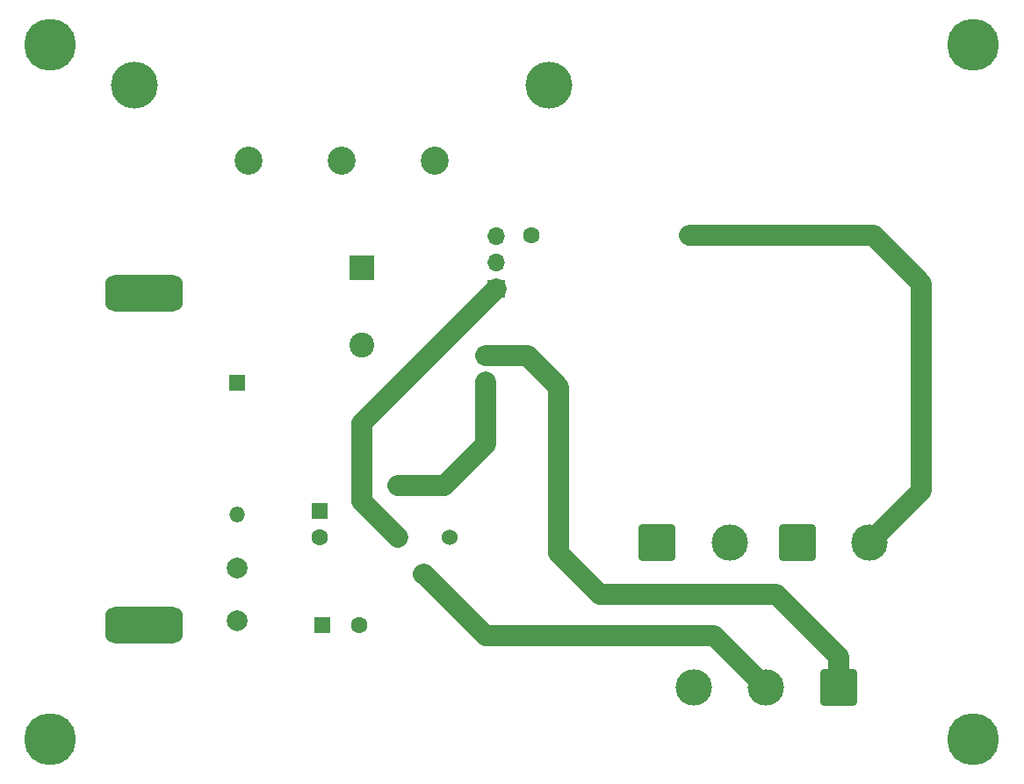
<source format=gbr>
%TF.GenerationSoftware,KiCad,Pcbnew,(6.0.5)*%
%TF.CreationDate,2022-07-24T11:34:55-07:00*%
%TF.ProjectId,BRD_strobelight,4252445f-7374-4726-9f62-656c69676874,rev?*%
%TF.SameCoordinates,Original*%
%TF.FileFunction,Copper,L2,Bot*%
%TF.FilePolarity,Positive*%
%FSLAX46Y46*%
G04 Gerber Fmt 4.6, Leading zero omitted, Abs format (unit mm)*
G04 Created by KiCad (PCBNEW (6.0.5)) date 2022-07-24 11:34:55*
%MOMM*%
%LPD*%
G01*
G04 APERTURE LIST*
G04 Aperture macros list*
%AMRoundRect*
0 Rectangle with rounded corners*
0 $1 Rounding radius*
0 $2 $3 $4 $5 $6 $7 $8 $9 X,Y pos of 4 corners*
0 Add a 4 corners polygon primitive as box body*
4,1,4,$2,$3,$4,$5,$6,$7,$8,$9,$2,$3,0*
0 Add four circle primitives for the rounded corners*
1,1,$1+$1,$2,$3*
1,1,$1+$1,$4,$5*
1,1,$1+$1,$6,$7*
1,1,$1+$1,$8,$9*
0 Add four rect primitives between the rounded corners*
20,1,$1+$1,$2,$3,$4,$5,0*
20,1,$1+$1,$4,$5,$6,$7,0*
20,1,$1+$1,$6,$7,$8,$9,0*
20,1,$1+$1,$8,$9,$2,$3,0*%
G04 Aperture macros list end*
%TA.AperFunction,ComponentPad*%
%ADD10RoundRect,0.250000X-0.550000X-0.550000X0.550000X-0.550000X0.550000X0.550000X-0.550000X0.550000X0*%
%TD*%
%TA.AperFunction,ComponentPad*%
%ADD11C,1.600000*%
%TD*%
%TA.AperFunction,ComponentPad*%
%ADD12R,2.400000X2.400000*%
%TD*%
%TA.AperFunction,ComponentPad*%
%ADD13C,2.400000*%
%TD*%
%TA.AperFunction,ComponentPad*%
%ADD14R,1.700000X1.700000*%
%TD*%
%TA.AperFunction,ComponentPad*%
%ADD15O,1.700000X1.700000*%
%TD*%
%TA.AperFunction,ConnectorPad*%
%ADD16C,5.000000*%
%TD*%
%TA.AperFunction,ComponentPad*%
%ADD17C,2.900000*%
%TD*%
%TA.AperFunction,ComponentPad*%
%ADD18O,1.600000X1.600000*%
%TD*%
%TA.AperFunction,ComponentPad*%
%ADD19C,2.000000*%
%TD*%
%TA.AperFunction,ComponentPad*%
%ADD20R,1.500000X1.500000*%
%TD*%
%TA.AperFunction,ComponentPad*%
%ADD21O,1.500000X1.500000*%
%TD*%
%TA.AperFunction,ComponentPad*%
%ADD22C,2.700000*%
%TD*%
%TA.AperFunction,ComponentPad*%
%ADD23C,4.516000*%
%TD*%
%TA.AperFunction,ComponentPad*%
%ADD24C,1.524000*%
%TD*%
%TA.AperFunction,ComponentPad*%
%ADD25RoundRect,0.875000X2.875000X-0.875000X2.875000X0.875000X-2.875000X0.875000X-2.875000X-0.875000X0*%
%TD*%
%TA.AperFunction,ComponentPad*%
%ADD26R,1.600000X1.600000*%
%TD*%
%TA.AperFunction,ComponentPad*%
%ADD27RoundRect,0.250002X1.499998X1.499998X-1.499998X1.499998X-1.499998X-1.499998X1.499998X-1.499998X0*%
%TD*%
%TA.AperFunction,ComponentPad*%
%ADD28C,3.500000*%
%TD*%
%TA.AperFunction,ComponentPad*%
%ADD29RoundRect,0.250002X-1.499998X-1.499998X1.499998X-1.499998X1.499998X1.499998X-1.499998X1.499998X0*%
%TD*%
%TA.AperFunction,Conductor*%
%ADD30C,2.000000*%
%TD*%
G04 APERTURE END LIST*
D10*
%TO.P,DS1,1*%
%TO.N,Net-(DS1-Pad1)*%
X104200000Y-105000000D03*
D11*
%TO.P,DS1,2*%
%TO.N,Net-(D2-Pad1)*%
X107800000Y-105000000D03*
%TD*%
D12*
%TO.P,C1,1*%
%TO.N,Net-(C1-Pad1)*%
X108000000Y-70487246D03*
D13*
%TO.P,C1,2*%
%TO.N,Net-(C1-Pad2)*%
X108000000Y-77987246D03*
%TD*%
D14*
%TO.P,D2,1,K*%
%TO.N,Net-(D2-Pad1)*%
X121000000Y-72525000D03*
D15*
%TO.P,D2,2,A*%
%TO.N,Net-(C1-Pad1)*%
X121000000Y-69985000D03*
%TO.P,D2,3,G*%
%TO.N,Net-(D2-Pad3)*%
X121000000Y-67445000D03*
%TD*%
D16*
%TO.P,H1,1,1*%
%TO.N,Net-(H1-Pad1)*%
X78000000Y-49000000D03*
D17*
X78000000Y-49000000D03*
%TD*%
D11*
%TO.P,R2,1*%
%TO.N,Net-(D2-Pad3)*%
X124380000Y-67380000D03*
D18*
%TO.P,R2,2*%
%TO.N,Net-(R2-Pad2)*%
X139620000Y-67380000D03*
%TD*%
D17*
%TO.P,H4,1,1*%
%TO.N,Net-(H1-Pad1)*%
X167000000Y-116000000D03*
D16*
X167000000Y-116000000D03*
%TD*%
D19*
%TO.P,F1,1*%
%TO.N,Net-(C2-Pad1)*%
X96000000Y-99460000D03*
%TO.P,F1,2*%
%TO.N,Net-(F1-Pad2)*%
X95990000Y-104540000D03*
%TD*%
D17*
%TO.P,H2,1,1*%
%TO.N,Net-(H1-Pad1)*%
X167000000Y-49000000D03*
D16*
X167000000Y-49000000D03*
%TD*%
D17*
%TO.P,H3,1,1*%
%TO.N,Net-(H1-Pad1)*%
X78000000Y-116000000D03*
D16*
X78000000Y-116000000D03*
%TD*%
D20*
%TO.P,D1,1,K*%
%TO.N,Net-(C1-Pad1)*%
X96000000Y-81650000D03*
D21*
%TO.P,D1,2,A*%
%TO.N,Net-(C2-Pad1)*%
X96000000Y-94350000D03*
%TD*%
D22*
%TO.P,P1,1,AC_P*%
%TO.N,Net-(P1-Pad1)*%
X97093250Y-60206750D03*
%TO.P,P1,2,AC_N*%
%TO.N,Net-(P1-Pad2)*%
X115093250Y-60206750D03*
%TO.P,P1,3,EARTH*%
%TO.N,Net-(H1-Pad1)*%
X106093250Y-60206750D03*
D23*
%TO.P,P1,MH1*%
%TO.N,N/C*%
X86093250Y-52906750D03*
%TO.P,P1,MH2*%
X126093250Y-52906750D03*
%TD*%
D24*
%TO.P,T1,1*%
%TO.N,Net-(D2-Pad1)*%
X116500000Y-96550000D03*
%TO.P,T1,2*%
%TO.N,Net-(T1-Pad2)*%
X111500000Y-91550000D03*
%TO.P,T1,3*%
%TO.N,Net-(D2-Pad1)*%
X111500000Y-96550000D03*
%TO.P,T1,4*%
%TO.N,Net-(DS2-Pad2)*%
X114000000Y-100050000D03*
%TD*%
D25*
%TO.P,R1,1*%
%TO.N,Net-(F1-Pad2)*%
X87000000Y-105000000D03*
%TO.P,R1,2*%
%TO.N,Net-(P1-Pad1)*%
X87000000Y-73000000D03*
%TD*%
D26*
%TO.P,C2,1*%
%TO.N,Net-(C2-Pad1)*%
X104000000Y-94000000D03*
D11*
%TO.P,C2,2*%
%TO.N,Net-(DS1-Pad1)*%
X104000000Y-96500000D03*
%TD*%
D27*
%TO.P,DS2,1*%
%TO.N,Net-(C1-Pad1)*%
X154000000Y-111000000D03*
D28*
%TO.P,DS2,2*%
%TO.N,Net-(DS2-Pad2)*%
X147000000Y-111000000D03*
%TO.P,DS2,3*%
%TO.N,Net-(C1-Pad2)*%
X140000000Y-111000000D03*
%TD*%
D26*
%TO.P,C3,1*%
%TO.N,Net-(C1-Pad1)*%
X120000000Y-79000000D03*
D11*
%TO.P,C3,2*%
%TO.N,Net-(T1-Pad2)*%
X120000000Y-81500000D03*
%TD*%
D29*
%TO.P,SW1,1*%
%TO.N,Net-(C1-Pad2)*%
X136500000Y-97000000D03*
D28*
%TO.P,SW1,2*%
%TO.N,Net-(P1-Pad2)*%
X143500000Y-97000000D03*
%TD*%
D29*
%TO.P,R3,1,1*%
%TO.N,Net-(C1-Pad2)*%
X150000000Y-97000000D03*
D28*
%TO.P,R3,2,2*%
%TO.N,Net-(R2-Pad2)*%
X157000000Y-97000000D03*
%TD*%
D30*
%TO.N,Net-(R2-Pad2)*%
X162000000Y-72000000D02*
X162000000Y-92000000D01*
X162000000Y-92000000D02*
X157000000Y-97000000D01*
X157380000Y-67380000D02*
X162000000Y-72000000D01*
X139620000Y-67380000D02*
X157380000Y-67380000D01*
%TO.N,Net-(D2-Pad1)*%
X108000000Y-85525000D02*
X121000000Y-72525000D01*
X111500000Y-96550000D02*
X108000000Y-93050000D01*
X108000000Y-93050000D02*
X108000000Y-85525000D01*
%TO.N,Net-(C1-Pad1)*%
X124000000Y-79000000D02*
X127000000Y-82000000D01*
X127000000Y-82000000D02*
X127000000Y-98000000D01*
X154000000Y-108000000D02*
X154000000Y-111000000D01*
X131000000Y-102000000D02*
X148000000Y-102000000D01*
X148000000Y-102000000D02*
X154000000Y-108000000D01*
X120000000Y-79000000D02*
X124000000Y-79000000D01*
X127000000Y-98000000D02*
X131000000Y-102000000D01*
%TO.N,Net-(DS2-Pad2)*%
X120000000Y-106000000D02*
X114050000Y-100050000D01*
X114050000Y-100050000D02*
X114000000Y-100050000D01*
X142000000Y-106000000D02*
X120000000Y-106000000D01*
X147000000Y-111000000D02*
X142000000Y-106000000D01*
%TO.N,Net-(T1-Pad2)*%
X115950000Y-91550000D02*
X111500000Y-91550000D01*
X120000000Y-81500000D02*
X120000000Y-87500000D01*
X120000000Y-87500000D02*
X115950000Y-91550000D01*
%TD*%
M02*

</source>
